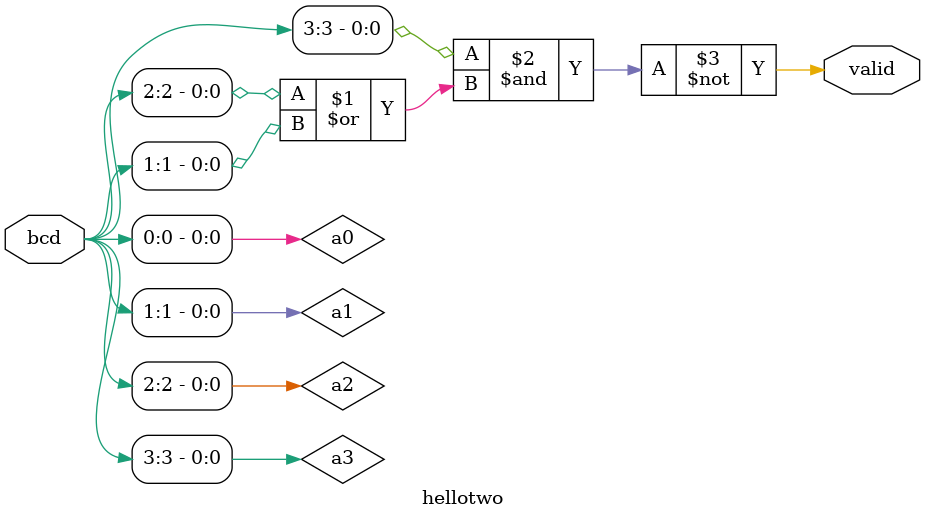
<source format=v>
module hellotwo(bcd, valid);
    input [3:0] bcd;
    output valid;

    wire a3, a2, a1, a0;
    assign {a3, a2, a1, a0} = bcd;

    assign valid = ~(a3 & (a2 | a1));

endmodule

</source>
